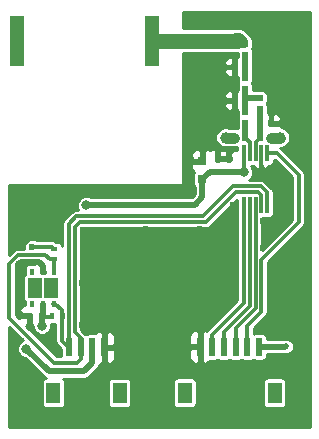
<source format=gbr>
G04 #@! TF.FileFunction,Copper,L1,Top,Signal*
%FSLAX46Y46*%
G04 Gerber Fmt 4.6, Leading zero omitted, Abs format (unit mm)*
G04 Created by KiCad (PCBNEW 4.0.7-e2-6376~58~ubuntu16.04.1) date Sat Jul  7 10:01:01 2018*
%MOMM*%
%LPD*%
G01*
G04 APERTURE LIST*
%ADD10C,0.100000*%
%ADD11R,0.750000X0.800000*%
%ADD12R,0.500000X0.600000*%
%ADD13R,0.600000X1.550000*%
%ADD14R,1.200000X1.800000*%
%ADD15R,0.400000X0.600000*%
%ADD16R,0.600000X0.400000*%
%ADD17R,0.300000X1.400000*%
%ADD18R,0.450000X0.630000*%
%ADD19R,1.300000X0.850000*%
%ADD20R,0.500000X0.500000*%
%ADD21R,0.600000X0.500000*%
%ADD22R,1.150000X4.200000*%
%ADD23C,0.800000*%
%ADD24C,0.600000*%
%ADD25C,0.508000*%
%ADD26C,1.000000*%
%ADD27C,0.500000*%
%ADD28C,1.300000*%
%ADD29C,0.300000*%
%ADD30C,0.152400*%
%ADD31C,0.900000*%
%ADD32C,0.254000*%
G04 APERTURE END LIST*
D10*
D11*
X155280000Y-88990000D03*
X155280000Y-90490000D03*
D12*
X157520000Y-89870000D03*
X157520000Y-88770000D03*
X156580000Y-89870000D03*
X156580000Y-88770000D03*
D13*
X155080000Y-104702500D03*
X156080000Y-104702500D03*
X157080000Y-104702500D03*
X158080000Y-104702500D03*
X159080000Y-104702500D03*
X160080000Y-104702500D03*
D14*
X153780000Y-108577500D03*
X161380000Y-108577500D03*
D15*
X142530000Y-102070000D03*
X143430000Y-102070000D03*
D16*
X142730000Y-96395000D03*
X142730000Y-97295000D03*
D17*
X160770000Y-88320000D03*
X160270000Y-88320000D03*
X159770000Y-88320000D03*
X159270000Y-88320000D03*
X158770000Y-88320000D03*
X158770000Y-92720000D03*
X159270000Y-92720000D03*
X159770000Y-92720000D03*
X160270000Y-92720000D03*
X160770000Y-92720000D03*
D18*
X142730000Y-98380000D03*
X141780000Y-98380000D03*
X140830000Y-98380000D03*
X140830000Y-101060000D03*
X141780000Y-101060000D03*
X142730000Y-101060000D03*
D19*
X141130000Y-100145000D03*
X142430000Y-100145000D03*
X141130000Y-99295000D03*
X142430000Y-99295000D03*
D20*
X158900000Y-79970000D03*
X158900000Y-79050000D03*
X158900000Y-81000000D03*
X157980000Y-81000000D03*
X160160000Y-85770000D03*
X161080000Y-85770000D03*
X158900000Y-83840000D03*
X157980000Y-83840000D03*
X158900000Y-85720000D03*
X158900000Y-84800000D03*
X158900000Y-82880000D03*
X158900000Y-81960000D03*
X160160000Y-84530000D03*
X160160000Y-83610000D03*
X160160000Y-86970000D03*
X161080000Y-86970000D03*
X157980000Y-86970000D03*
X158900000Y-86970000D03*
D21*
X141705000Y-102070000D03*
X140605000Y-102070000D03*
D13*
X143960000Y-104732500D03*
X144960000Y-104732500D03*
X145960000Y-104732500D03*
X146960000Y-104732500D03*
D14*
X142660000Y-108607500D03*
X148260000Y-108607500D03*
D22*
X139545000Y-78760000D03*
X150995000Y-78760000D03*
D23*
X141705000Y-102895000D03*
D24*
X140855000Y-96270000D03*
D23*
X145450000Y-92670000D03*
D25*
X162360000Y-104640000D03*
D23*
X140370000Y-104850000D03*
X158770000Y-89930000D03*
D24*
X141080000Y-95470000D03*
X143080000Y-95470000D03*
X143080000Y-93470000D03*
D26*
X140830000Y-91470000D03*
D24*
X139080000Y-91470000D03*
D26*
X142830000Y-91470000D03*
X144830000Y-91470000D03*
X146830000Y-91470000D03*
X148830000Y-91470000D03*
X150830000Y-91470000D03*
X152830000Y-91470000D03*
X154080000Y-90720000D03*
X154080000Y-88720000D03*
X154080000Y-86720000D03*
X154080000Y-84720000D03*
X154080000Y-82720000D03*
D24*
X140830000Y-93470000D03*
X139080000Y-96220000D03*
X139080000Y-93470000D03*
X143005000Y-105320000D03*
X142680000Y-103070000D03*
X162080000Y-89720000D03*
X162690000Y-93910000D03*
X160390000Y-96300000D03*
X161080000Y-100220000D03*
X161080000Y-102220000D03*
X161080000Y-103880000D03*
X155110000Y-102760000D03*
X150460000Y-94720000D03*
X160400000Y-94020000D03*
X162080000Y-91970000D03*
X159830000Y-90130000D03*
D26*
X154110000Y-80290000D03*
D24*
X158080000Y-87950000D03*
X157830000Y-97220000D03*
X163830000Y-104470000D03*
X162080000Y-105720000D03*
X160330000Y-106220000D03*
X157830000Y-100470000D03*
X144330000Y-107970000D03*
X141330000Y-107470000D03*
X139080000Y-104470000D03*
X145120000Y-102870000D03*
X145120000Y-99310000D03*
X155080000Y-94720000D03*
X145130000Y-94770000D03*
X151550000Y-101310000D03*
X157830000Y-92720000D03*
X164130000Y-90970000D03*
X164130000Y-92970000D03*
X162330000Y-96470000D03*
X161080000Y-98220000D03*
X162330000Y-98220000D03*
X163830000Y-98220000D03*
X163830000Y-96470000D03*
X163830000Y-94970000D03*
X155830000Y-86220000D03*
X155830000Y-84220000D03*
X155830000Y-82220000D03*
X162830000Y-87970000D03*
X163830000Y-88970000D03*
X163830000Y-86970000D03*
X163830000Y-84970000D03*
X161830000Y-82970000D03*
X163830000Y-82970000D03*
X163830000Y-80970000D03*
X161830000Y-80970000D03*
X161830000Y-78970000D03*
X163830000Y-78970000D03*
X163830000Y-76970000D03*
X161830000Y-76970000D03*
D26*
X157770000Y-85400000D03*
X157840000Y-82480000D03*
X156330000Y-80220000D03*
D24*
X157970000Y-80020000D03*
D26*
X154380000Y-77050000D03*
X156320000Y-77070000D03*
X158340000Y-77030000D03*
X159970000Y-77980000D03*
X159950000Y-80480000D03*
X159990000Y-82520000D03*
X162220000Y-85760000D03*
X161830000Y-86970000D03*
X157250000Y-86970000D03*
D27*
X158900000Y-79050000D02*
X158900000Y-79170000D01*
X158900000Y-79170000D02*
X158890000Y-79160000D01*
X158890000Y-79160000D02*
X158010000Y-79160000D01*
X158010000Y-79160000D02*
X157610000Y-78760000D01*
X158900000Y-79050000D02*
X158900000Y-78790000D01*
X158010000Y-78360000D02*
X157610000Y-78760000D01*
X158470000Y-78360000D02*
X158010000Y-78360000D01*
X158900000Y-78790000D02*
X158470000Y-78360000D01*
D28*
X150995000Y-78760000D02*
X157610000Y-78760000D01*
X157610000Y-78760000D02*
X158220000Y-78760000D01*
D27*
X141705000Y-102070000D02*
X141705000Y-102895000D01*
D29*
X140905000Y-96220000D02*
X142555000Y-96220000D01*
X140855000Y-96270000D02*
X140905000Y-96220000D01*
X142555000Y-96220000D02*
X142730000Y-96395000D01*
D27*
X141780000Y-101060000D02*
X141780000Y-101995000D01*
X141780000Y-101995000D02*
X141705000Y-102070000D01*
D29*
X142460000Y-102130000D02*
X141710000Y-102130000D01*
X141710000Y-102130000D02*
X141660000Y-102080000D01*
X156580000Y-89870000D02*
X157520000Y-89870000D01*
X157520000Y-89870000D02*
X157580000Y-89930000D01*
X157580000Y-89930000D02*
X158770000Y-89930000D01*
D27*
X158770000Y-89930000D02*
X157580000Y-89930000D01*
X157580000Y-89930000D02*
X157520000Y-89870000D01*
X157520000Y-89870000D02*
X155900000Y-89870000D01*
X155900000Y-89870000D02*
X155280000Y-90490000D01*
X155280000Y-90490000D02*
X155280000Y-92047598D01*
X154657598Y-92670000D02*
X145450000Y-92670000D01*
X155280000Y-92047598D02*
X154657598Y-92670000D01*
X160080000Y-104702500D02*
X162297500Y-104702500D01*
X162297500Y-104702500D02*
X162360000Y-104640000D01*
D29*
X141720000Y-102020000D02*
X141660000Y-102080000D01*
D27*
X145960000Y-104732500D02*
X145960000Y-106070000D01*
X142260000Y-106740000D02*
X140370000Y-104850000D01*
X145290000Y-106740000D02*
X142260000Y-106740000D01*
X145960000Y-106070000D02*
X145290000Y-106740000D01*
D29*
X141790000Y-102020000D02*
X141660000Y-102150000D01*
D27*
X157580000Y-89930000D02*
X157520000Y-89870000D01*
X157520000Y-89870000D02*
X155900000Y-89870000D01*
X155900000Y-89870000D02*
X155280000Y-90490000D01*
D29*
X158770000Y-88320000D02*
X158770000Y-89930000D01*
X142830000Y-91470000D02*
X142830000Y-93220000D01*
X143080000Y-95470000D02*
X141080000Y-95470000D01*
X142830000Y-93220000D02*
X143080000Y-93470000D01*
X139080000Y-91470000D02*
X139080000Y-93470000D01*
X142080000Y-91470000D02*
X141830000Y-91470000D01*
X141830000Y-91470000D02*
X140830000Y-91470000D01*
X146830000Y-91470000D02*
X144830000Y-91470000D01*
X150830000Y-91470000D02*
X148830000Y-91470000D01*
X153330000Y-91470000D02*
X152830000Y-91470000D01*
X154080000Y-90720000D02*
X153330000Y-91470000D01*
X154080000Y-86720000D02*
X154080000Y-88720000D01*
X154080000Y-82720000D02*
X154080000Y-84720000D01*
X142830000Y-91470000D02*
X142080000Y-91470000D01*
X140830000Y-94470000D02*
X140830000Y-93470000D01*
X139080000Y-96220000D02*
X140830000Y-94470000D01*
X140605000Y-102070000D02*
X140605000Y-103070000D01*
X142855000Y-105320000D02*
X143005000Y-105320000D01*
X140605000Y-103070000D02*
X142855000Y-105320000D01*
X142680000Y-103070000D02*
X142555000Y-103195000D01*
X142555000Y-103195000D02*
X142555000Y-103870000D01*
X142555000Y-103870000D02*
X142530000Y-103895000D01*
X141330000Y-107470000D02*
X141155000Y-107470000D01*
X139080000Y-105395000D02*
X139080000Y-104470000D01*
X141155000Y-107470000D02*
X139080000Y-105395000D01*
D27*
X141780000Y-98380000D02*
X141780000Y-97870000D01*
X139980000Y-102070000D02*
X140605000Y-102070000D01*
X139682402Y-101772402D02*
X139980000Y-102070000D01*
X139682402Y-97720000D02*
X139682402Y-101772402D01*
X139905000Y-97497402D02*
X139682402Y-97720000D01*
X141407402Y-97497402D02*
X139905000Y-97497402D01*
X141780000Y-97870000D02*
X141407402Y-97497402D01*
D29*
X162080000Y-89720000D02*
X162830000Y-90470000D01*
X162830000Y-93770000D02*
X162690000Y-93910000D01*
X162830000Y-90470000D02*
X162830000Y-93770000D01*
X160560000Y-89950000D02*
X162060000Y-89700000D01*
X160270000Y-88320000D02*
X160270000Y-89480000D01*
X160560000Y-89950000D02*
X160270000Y-89660000D01*
X160270000Y-89660000D02*
X160270000Y-89480000D01*
X162060000Y-89700000D02*
X162080000Y-89720000D01*
X160390000Y-96300000D02*
X160390000Y-96210000D01*
X160390000Y-96210000D02*
X162690000Y-93910000D01*
X161550000Y-95050000D02*
X162690000Y-93910000D01*
X161470000Y-92650000D02*
X161470000Y-93970000D01*
X161470000Y-93970000D02*
X161330000Y-93970000D01*
X161080000Y-102220000D02*
X161080000Y-103880000D01*
X161080000Y-98220000D02*
X161080000Y-100220000D01*
X155110000Y-104672500D02*
X155110000Y-102760000D01*
X155110000Y-104672500D02*
X155080000Y-104702500D01*
X151550000Y-101310000D02*
X151550000Y-95810000D01*
X151550000Y-95810000D02*
X150460000Y-94720000D01*
X161330000Y-93970000D02*
X160450000Y-93970000D01*
X160400000Y-94020000D02*
X160450000Y-93970000D01*
X161470000Y-92650000D02*
X162080000Y-91970000D01*
X144330000Y-107970000D02*
X145190000Y-107970000D01*
X146960000Y-106200000D02*
X146960000Y-104732500D01*
X145190000Y-107970000D02*
X146960000Y-106200000D01*
D30*
X154110000Y-80290000D02*
X154110000Y-80280000D01*
D27*
X156580000Y-88770000D02*
X156580000Y-87980000D01*
X156610000Y-87950000D02*
X158080000Y-87950000D01*
X156580000Y-87980000D02*
X156610000Y-87950000D01*
X158080000Y-87950000D02*
X157790000Y-87950000D01*
X157790000Y-87950000D02*
X157520000Y-88220000D01*
X157520000Y-88220000D02*
X157520000Y-88770000D01*
D29*
X157830000Y-92720000D02*
X157830000Y-97220000D01*
X160830000Y-105720000D02*
X162080000Y-105720000D01*
X160330000Y-106220000D02*
X160830000Y-105720000D01*
X151550000Y-101310000D02*
X156990000Y-101310000D01*
X156990000Y-101310000D02*
X157830000Y-100470000D01*
X151550000Y-101310000D02*
X147490000Y-101310000D01*
X147490000Y-101310000D02*
X145120000Y-102870000D01*
X151550000Y-101310000D02*
X147670000Y-101310000D01*
X147670000Y-101310000D02*
X145120000Y-99310000D01*
X151550000Y-101310000D02*
X151550000Y-98250000D01*
X151550000Y-98250000D02*
X155080000Y-94720000D01*
X151550000Y-101310000D02*
X151550000Y-100690000D01*
X151550000Y-100690000D02*
X145130000Y-94770000D01*
X157830000Y-95030000D02*
X157830000Y-92720000D01*
X157830000Y-95030000D02*
X151550000Y-101310000D01*
X164130000Y-92970000D02*
X164130000Y-94670000D01*
X164130000Y-90970000D02*
X164130000Y-92970000D01*
X162330000Y-98220000D02*
X161080000Y-98220000D01*
X163830000Y-96470000D02*
X163830000Y-98220000D01*
X164130000Y-94670000D02*
X163830000Y-94970000D01*
X155330000Y-80220000D02*
X155330000Y-81720000D01*
X155830000Y-84220000D02*
X155830000Y-86220000D01*
X155330000Y-81720000D02*
X155830000Y-82220000D01*
X159970000Y-77980000D02*
X160820000Y-77980000D01*
X163830000Y-86970000D02*
X163830000Y-88970000D01*
X161830000Y-82970000D02*
X163830000Y-84970000D01*
X163830000Y-80970000D02*
X163830000Y-82970000D01*
X161830000Y-78970000D02*
X161830000Y-80970000D01*
X163830000Y-76970000D02*
X163830000Y-78970000D01*
X160820000Y-77980000D02*
X161830000Y-76970000D01*
D30*
X155280000Y-88990000D02*
X155280000Y-88320000D01*
X155280000Y-88320000D02*
X155540000Y-88060000D01*
X155540000Y-88060000D02*
X157360000Y-88060000D01*
X157360000Y-88060000D02*
X157520000Y-88220000D01*
X157520000Y-88220000D02*
X157520000Y-88770000D01*
X158080000Y-87950000D02*
X155310000Y-87950000D01*
X155280000Y-87980000D02*
X155280000Y-88990000D01*
X155310000Y-87950000D02*
X155280000Y-87980000D01*
X157520000Y-88510000D02*
X158080000Y-87950000D01*
X157520000Y-88770000D02*
X157520000Y-88510000D01*
X157980000Y-81000000D02*
X157980000Y-82340000D01*
X157810000Y-85360000D02*
X157810000Y-85310000D01*
X157770000Y-85400000D02*
X157810000Y-85360000D01*
X157980000Y-82340000D02*
X157840000Y-82480000D01*
X157980000Y-81000000D02*
X157960000Y-80030000D01*
X156320000Y-80230000D02*
X155330000Y-80220000D01*
X156330000Y-80220000D02*
X156320000Y-80230000D01*
X157960000Y-80030000D02*
X157970000Y-80020000D01*
D29*
X156310000Y-77060000D02*
X154380000Y-77050000D01*
X156320000Y-77070000D02*
X156310000Y-77060000D01*
X158790000Y-77030000D02*
X158340000Y-77030000D01*
X159970000Y-77980000D02*
X158790000Y-77030000D01*
X161080000Y-85770000D02*
X162210000Y-85770000D01*
X159950000Y-82480000D02*
X159950000Y-80480000D01*
X159990000Y-82520000D02*
X159950000Y-82480000D01*
X162210000Y-85770000D02*
X162220000Y-85760000D01*
D27*
X158900000Y-79970000D02*
X158900000Y-81000000D01*
X158900000Y-81000000D02*
X158900000Y-81960000D01*
D29*
X159770000Y-88320000D02*
X159770000Y-87360000D01*
X159770000Y-87360000D02*
X160160000Y-86970000D01*
D27*
X160160000Y-84530000D02*
X160160000Y-85770000D01*
X160160000Y-85770000D02*
X160160000Y-86970000D01*
X158900000Y-82880000D02*
X158900000Y-83840000D01*
X158900000Y-83840000D02*
X158900000Y-84800000D01*
X160160000Y-83610000D02*
X158900000Y-83610000D01*
D31*
X161080000Y-86970000D02*
X161830000Y-86970000D01*
X157980000Y-86970000D02*
X157250000Y-86970000D01*
D29*
X159270000Y-88320000D02*
X159270000Y-87340000D01*
X159270000Y-87340000D02*
X158900000Y-86970000D01*
D27*
X158900000Y-86970000D02*
X158900000Y-85720000D01*
D29*
X158770000Y-92720000D02*
X158770000Y-100980000D01*
X156080000Y-103670000D02*
X156080000Y-104702500D01*
X158770000Y-100980000D02*
X156080000Y-103670000D01*
X157080000Y-104702500D02*
X157080000Y-103420000D01*
X159270000Y-101230000D02*
X159270000Y-92720000D01*
X157080000Y-103420000D02*
X159270000Y-101230000D01*
X159770000Y-92720000D02*
X159770000Y-101440000D01*
X158080000Y-103130000D02*
X158080000Y-104702500D01*
X159770000Y-101440000D02*
X158080000Y-103130000D01*
X160770000Y-88320000D02*
X161600000Y-88320000D01*
X163410000Y-94152402D02*
X160260000Y-97302402D01*
X163410000Y-90130000D02*
X163410000Y-94152402D01*
X161600000Y-88320000D02*
X163410000Y-90130000D01*
X159080000Y-102910000D02*
X159080000Y-104702500D01*
X160260000Y-101730000D02*
X159080000Y-102910000D01*
X160260000Y-97302402D02*
X160260000Y-101730000D01*
X143960000Y-104732500D02*
X143902500Y-104732500D01*
X143902500Y-104732500D02*
X143360000Y-104190000D01*
X143360000Y-102130000D02*
X143360000Y-104190000D01*
X143960000Y-104732500D02*
X143960000Y-94270000D01*
X144610000Y-93620000D02*
X145590000Y-93620000D01*
X143960000Y-94270000D02*
X144610000Y-93620000D01*
X143360000Y-102130000D02*
X143360000Y-101600000D01*
X143360000Y-101600000D02*
X142830000Y-101070000D01*
X142830000Y-101070000D02*
X142610000Y-101070000D01*
X160770000Y-92720000D02*
X160770000Y-91630000D01*
X160770000Y-91630000D02*
X160722402Y-91582402D01*
X145590000Y-93620000D02*
X155350000Y-93620000D01*
X155350000Y-93620000D02*
X157880000Y-91090000D01*
X157880000Y-91090000D02*
X160230000Y-91090000D01*
X160230000Y-91090000D02*
X160722402Y-91582402D01*
X142730000Y-97295000D02*
X142330000Y-97295000D01*
X144960000Y-105715000D02*
X144960000Y-104732500D01*
X144655000Y-106020000D02*
X144960000Y-105715000D01*
X142705000Y-106020000D02*
X144655000Y-106020000D01*
X138930000Y-102245000D02*
X142705000Y-106020000D01*
X138930000Y-97645000D02*
X138930000Y-102245000D01*
X139630000Y-96945000D02*
X138930000Y-97645000D01*
X141980000Y-96945000D02*
X139630000Y-96945000D01*
X142330000Y-97295000D02*
X141980000Y-96945000D01*
X142730000Y-98380000D02*
X142730000Y-97295000D01*
X145230000Y-94110000D02*
X144890000Y-94110000D01*
X144480000Y-94520000D02*
X144480000Y-94860000D01*
X144890000Y-94110000D02*
X144480000Y-94520000D01*
X145800000Y-94110000D02*
X145230000Y-94110000D01*
X144960000Y-103950000D02*
X144960000Y-104732500D01*
X144480000Y-94860000D02*
X144480000Y-103470000D01*
X144480000Y-103470000D02*
X144960000Y-103950000D01*
X160270000Y-92720000D02*
X160270000Y-91840000D01*
X155580000Y-94110000D02*
X145800000Y-94110000D01*
X158120000Y-91570000D02*
X155580000Y-94110000D01*
X160000000Y-91570000D02*
X158120000Y-91570000D01*
X160270000Y-91840000D02*
X160000000Y-91570000D01*
D32*
G36*
X164393000Y-111483000D02*
X138932000Y-111483000D01*
X138932000Y-103006432D01*
X140054426Y-104128858D01*
X139924783Y-104182425D01*
X139703203Y-104403618D01*
X139583137Y-104692769D01*
X139582864Y-105005857D01*
X139702425Y-105295217D01*
X139923618Y-105516797D01*
X140212769Y-105636863D01*
X140256047Y-105636901D01*
X141809573Y-107190427D01*
X142007641Y-107322771D01*
X141916587Y-107339904D01*
X141784870Y-107424661D01*
X141696506Y-107553986D01*
X141665419Y-107707500D01*
X141665419Y-109507500D01*
X141692404Y-109650913D01*
X141777161Y-109782630D01*
X141906486Y-109870994D01*
X142060000Y-109902081D01*
X143260000Y-109902081D01*
X143403413Y-109875096D01*
X143535130Y-109790339D01*
X143623494Y-109661014D01*
X143654581Y-109507500D01*
X143654581Y-107707500D01*
X147265419Y-107707500D01*
X147265419Y-109507500D01*
X147292404Y-109650913D01*
X147377161Y-109782630D01*
X147506486Y-109870994D01*
X147660000Y-109902081D01*
X148860000Y-109902081D01*
X149003413Y-109875096D01*
X149135130Y-109790339D01*
X149223494Y-109661014D01*
X149254581Y-109507500D01*
X149254581Y-107707500D01*
X149248937Y-107677500D01*
X152785419Y-107677500D01*
X152785419Y-109477500D01*
X152812404Y-109620913D01*
X152897161Y-109752630D01*
X153026486Y-109840994D01*
X153180000Y-109872081D01*
X154380000Y-109872081D01*
X154523413Y-109845096D01*
X154655130Y-109760339D01*
X154743494Y-109631014D01*
X154774581Y-109477500D01*
X154774581Y-107677500D01*
X160385419Y-107677500D01*
X160385419Y-109477500D01*
X160412404Y-109620913D01*
X160497161Y-109752630D01*
X160626486Y-109840994D01*
X160780000Y-109872081D01*
X161980000Y-109872081D01*
X162123413Y-109845096D01*
X162255130Y-109760339D01*
X162343494Y-109631014D01*
X162374581Y-109477500D01*
X162374581Y-107677500D01*
X162347596Y-107534087D01*
X162262839Y-107402370D01*
X162133514Y-107314006D01*
X161980000Y-107282919D01*
X160780000Y-107282919D01*
X160636587Y-107309904D01*
X160504870Y-107394661D01*
X160416506Y-107523986D01*
X160385419Y-107677500D01*
X154774581Y-107677500D01*
X154747596Y-107534087D01*
X154662839Y-107402370D01*
X154533514Y-107314006D01*
X154380000Y-107282919D01*
X153180000Y-107282919D01*
X153036587Y-107309904D01*
X152904870Y-107394661D01*
X152816506Y-107523986D01*
X152785419Y-107677500D01*
X149248937Y-107677500D01*
X149227596Y-107564087D01*
X149142839Y-107432370D01*
X149013514Y-107344006D01*
X148860000Y-107312919D01*
X147660000Y-107312919D01*
X147516587Y-107339904D01*
X147384870Y-107424661D01*
X147296506Y-107553986D01*
X147265419Y-107707500D01*
X143654581Y-107707500D01*
X143627596Y-107564087D01*
X143542839Y-107432370D01*
X143461802Y-107377000D01*
X145290000Y-107377000D01*
X145533769Y-107328511D01*
X145740427Y-107190427D01*
X146410427Y-106520427D01*
X146548511Y-106313769D01*
X146582579Y-106142500D01*
X146674250Y-106142500D01*
X146833000Y-105983750D01*
X146833000Y-104859500D01*
X147087000Y-104859500D01*
X147087000Y-105983750D01*
X147245750Y-106142500D01*
X147386309Y-106142500D01*
X147619698Y-106045827D01*
X147798327Y-105867199D01*
X147895000Y-105633810D01*
X147895000Y-105018250D01*
X147865000Y-104988250D01*
X154145000Y-104988250D01*
X154145000Y-105603810D01*
X154241673Y-105837199D01*
X154420302Y-106015827D01*
X154653691Y-106112500D01*
X154794250Y-106112500D01*
X154953000Y-105953750D01*
X154953000Y-104829500D01*
X154303750Y-104829500D01*
X154145000Y-104988250D01*
X147865000Y-104988250D01*
X147736250Y-104859500D01*
X147087000Y-104859500D01*
X146833000Y-104859500D01*
X146813000Y-104859500D01*
X146813000Y-104605500D01*
X146833000Y-104605500D01*
X146833000Y-103481250D01*
X147087000Y-103481250D01*
X147087000Y-104605500D01*
X147736250Y-104605500D01*
X147895000Y-104446750D01*
X147895000Y-103831190D01*
X147882574Y-103801190D01*
X154145000Y-103801190D01*
X154145000Y-104416750D01*
X154303750Y-104575500D01*
X154953000Y-104575500D01*
X154953000Y-103451250D01*
X154794250Y-103292500D01*
X154653691Y-103292500D01*
X154420302Y-103389173D01*
X154241673Y-103567801D01*
X154145000Y-103801190D01*
X147882574Y-103801190D01*
X147798327Y-103597801D01*
X147619698Y-103419173D01*
X147386309Y-103322500D01*
X147245750Y-103322500D01*
X147087000Y-103481250D01*
X146833000Y-103481250D01*
X146674250Y-103322500D01*
X146533691Y-103322500D01*
X146300302Y-103419173D01*
X146156555Y-103562919D01*
X145660000Y-103562919D01*
X145516587Y-103589904D01*
X145460413Y-103626051D01*
X145413514Y-103594006D01*
X145346500Y-103580435D01*
X145339717Y-103570284D01*
X145017000Y-103247568D01*
X145017000Y-94742432D01*
X145112433Y-94647000D01*
X155580000Y-94647000D01*
X155785501Y-94606123D01*
X155959716Y-94489716D01*
X158225419Y-92224014D01*
X158225419Y-93420000D01*
X158233000Y-93460290D01*
X158233000Y-100757567D01*
X155700284Y-103290284D01*
X155657076Y-103354950D01*
X155506309Y-103292500D01*
X155365750Y-103292500D01*
X155207000Y-103451250D01*
X155207000Y-104575500D01*
X155227000Y-104575500D01*
X155227000Y-104829500D01*
X155207000Y-104829500D01*
X155207000Y-105953750D01*
X155365750Y-106112500D01*
X155506309Y-106112500D01*
X155739698Y-106015827D01*
X155883445Y-105872081D01*
X156380000Y-105872081D01*
X156523413Y-105845096D01*
X156579587Y-105808949D01*
X156626486Y-105840994D01*
X156780000Y-105872081D01*
X157380000Y-105872081D01*
X157523413Y-105845096D01*
X157579587Y-105808949D01*
X157626486Y-105840994D01*
X157780000Y-105872081D01*
X158380000Y-105872081D01*
X158523413Y-105845096D01*
X158579587Y-105808949D01*
X158626486Y-105840994D01*
X158780000Y-105872081D01*
X159380000Y-105872081D01*
X159523413Y-105845096D01*
X159579587Y-105808949D01*
X159626486Y-105840994D01*
X159780000Y-105872081D01*
X160380000Y-105872081D01*
X160523413Y-105845096D01*
X160655130Y-105760339D01*
X160743494Y-105631014D01*
X160774581Y-105477500D01*
X160774581Y-105339500D01*
X162297500Y-105339500D01*
X162541269Y-105291011D01*
X162668128Y-105206247D01*
X162722623Y-105183730D01*
X162903097Y-105003571D01*
X163000889Y-104768062D01*
X163001111Y-104513057D01*
X162903730Y-104277377D01*
X162723571Y-104096903D01*
X162488062Y-103999111D01*
X162233057Y-103998889D01*
X162071846Y-104065500D01*
X160774581Y-104065500D01*
X160774581Y-103927500D01*
X160747596Y-103784087D01*
X160662839Y-103652370D01*
X160533514Y-103564006D01*
X160380000Y-103532919D01*
X159780000Y-103532919D01*
X159636587Y-103559904D01*
X159617000Y-103572508D01*
X159617000Y-103132432D01*
X160639716Y-102109716D01*
X160756123Y-101935501D01*
X160797000Y-101730000D01*
X160797000Y-97524834D01*
X163789717Y-94532118D01*
X163906123Y-94357903D01*
X163947000Y-94152402D01*
X163947000Y-90130000D01*
X163906123Y-89924499D01*
X163832871Y-89814870D01*
X163789717Y-89750284D01*
X161979716Y-87940284D01*
X161855105Y-87857022D01*
X162005661Y-87857153D01*
X162331789Y-87722400D01*
X162581523Y-87473101D01*
X162716845Y-87147209D01*
X162717153Y-86794339D01*
X162582400Y-86468211D01*
X162333101Y-86218477D01*
X162007209Y-86083155D01*
X161965000Y-86083118D01*
X161965000Y-86053750D01*
X161806250Y-85895000D01*
X161205000Y-85895000D01*
X161205000Y-85917000D01*
X160955000Y-85917000D01*
X160955000Y-85895000D01*
X160933000Y-85895000D01*
X160933000Y-85645000D01*
X160955000Y-85645000D01*
X160955000Y-85043750D01*
X161205000Y-85043750D01*
X161205000Y-85645000D01*
X161806250Y-85645000D01*
X161965000Y-85486250D01*
X161965000Y-85393690D01*
X161868327Y-85160301D01*
X161689698Y-84981673D01*
X161456309Y-84885000D01*
X161363750Y-84885000D01*
X161205000Y-85043750D01*
X160955000Y-85043750D01*
X160797000Y-84885750D01*
X160797000Y-84817437D01*
X160804581Y-84780000D01*
X160804581Y-84280000D01*
X160777596Y-84136587D01*
X160734821Y-84070113D01*
X160773494Y-84013514D01*
X160804581Y-83860000D01*
X160804581Y-83360000D01*
X160777596Y-83216587D01*
X160692839Y-83084870D01*
X160563514Y-82996506D01*
X160410000Y-82965419D01*
X159910000Y-82965419D01*
X159869710Y-82973000D01*
X159544581Y-82973000D01*
X159544581Y-82630000D01*
X159517596Y-82486587D01*
X159474821Y-82420113D01*
X159513494Y-82363514D01*
X159544581Y-82210000D01*
X159544581Y-81710000D01*
X159537000Y-81669710D01*
X159537000Y-81287437D01*
X159544581Y-81250000D01*
X159544581Y-80750000D01*
X159537000Y-80709710D01*
X159537000Y-80257437D01*
X159544581Y-80220000D01*
X159544581Y-79720000D01*
X159517596Y-79576587D01*
X159474821Y-79510113D01*
X159513494Y-79453514D01*
X159544581Y-79300000D01*
X159544581Y-78800000D01*
X159517596Y-78656587D01*
X159507270Y-78640541D01*
X159488511Y-78546231D01*
X159350427Y-78339573D01*
X158920427Y-77909573D01*
X158713769Y-77771489D01*
X158470000Y-77723000D01*
X153597000Y-77723000D01*
X153597000Y-76322000D01*
X164393000Y-76322000D01*
X164393000Y-111483000D01*
X164393000Y-111483000D01*
G37*
X164393000Y-111483000D02*
X138932000Y-111483000D01*
X138932000Y-103006432D01*
X140054426Y-104128858D01*
X139924783Y-104182425D01*
X139703203Y-104403618D01*
X139583137Y-104692769D01*
X139582864Y-105005857D01*
X139702425Y-105295217D01*
X139923618Y-105516797D01*
X140212769Y-105636863D01*
X140256047Y-105636901D01*
X141809573Y-107190427D01*
X142007641Y-107322771D01*
X141916587Y-107339904D01*
X141784870Y-107424661D01*
X141696506Y-107553986D01*
X141665419Y-107707500D01*
X141665419Y-109507500D01*
X141692404Y-109650913D01*
X141777161Y-109782630D01*
X141906486Y-109870994D01*
X142060000Y-109902081D01*
X143260000Y-109902081D01*
X143403413Y-109875096D01*
X143535130Y-109790339D01*
X143623494Y-109661014D01*
X143654581Y-109507500D01*
X143654581Y-107707500D01*
X147265419Y-107707500D01*
X147265419Y-109507500D01*
X147292404Y-109650913D01*
X147377161Y-109782630D01*
X147506486Y-109870994D01*
X147660000Y-109902081D01*
X148860000Y-109902081D01*
X149003413Y-109875096D01*
X149135130Y-109790339D01*
X149223494Y-109661014D01*
X149254581Y-109507500D01*
X149254581Y-107707500D01*
X149248937Y-107677500D01*
X152785419Y-107677500D01*
X152785419Y-109477500D01*
X152812404Y-109620913D01*
X152897161Y-109752630D01*
X153026486Y-109840994D01*
X153180000Y-109872081D01*
X154380000Y-109872081D01*
X154523413Y-109845096D01*
X154655130Y-109760339D01*
X154743494Y-109631014D01*
X154774581Y-109477500D01*
X154774581Y-107677500D01*
X160385419Y-107677500D01*
X160385419Y-109477500D01*
X160412404Y-109620913D01*
X160497161Y-109752630D01*
X160626486Y-109840994D01*
X160780000Y-109872081D01*
X161980000Y-109872081D01*
X162123413Y-109845096D01*
X162255130Y-109760339D01*
X162343494Y-109631014D01*
X162374581Y-109477500D01*
X162374581Y-107677500D01*
X162347596Y-107534087D01*
X162262839Y-107402370D01*
X162133514Y-107314006D01*
X161980000Y-107282919D01*
X160780000Y-107282919D01*
X160636587Y-107309904D01*
X160504870Y-107394661D01*
X160416506Y-107523986D01*
X160385419Y-107677500D01*
X154774581Y-107677500D01*
X154747596Y-107534087D01*
X154662839Y-107402370D01*
X154533514Y-107314006D01*
X154380000Y-107282919D01*
X153180000Y-107282919D01*
X153036587Y-107309904D01*
X152904870Y-107394661D01*
X152816506Y-107523986D01*
X152785419Y-107677500D01*
X149248937Y-107677500D01*
X149227596Y-107564087D01*
X149142839Y-107432370D01*
X149013514Y-107344006D01*
X148860000Y-107312919D01*
X147660000Y-107312919D01*
X147516587Y-107339904D01*
X147384870Y-107424661D01*
X147296506Y-107553986D01*
X147265419Y-107707500D01*
X143654581Y-107707500D01*
X143627596Y-107564087D01*
X143542839Y-107432370D01*
X143461802Y-107377000D01*
X145290000Y-107377000D01*
X145533769Y-107328511D01*
X145740427Y-107190427D01*
X146410427Y-106520427D01*
X146548511Y-106313769D01*
X146582579Y-106142500D01*
X146674250Y-106142500D01*
X146833000Y-105983750D01*
X146833000Y-104859500D01*
X147087000Y-104859500D01*
X147087000Y-105983750D01*
X147245750Y-106142500D01*
X147386309Y-106142500D01*
X147619698Y-106045827D01*
X147798327Y-105867199D01*
X147895000Y-105633810D01*
X147895000Y-105018250D01*
X147865000Y-104988250D01*
X154145000Y-104988250D01*
X154145000Y-105603810D01*
X154241673Y-105837199D01*
X154420302Y-106015827D01*
X154653691Y-106112500D01*
X154794250Y-106112500D01*
X154953000Y-105953750D01*
X154953000Y-104829500D01*
X154303750Y-104829500D01*
X154145000Y-104988250D01*
X147865000Y-104988250D01*
X147736250Y-104859500D01*
X147087000Y-104859500D01*
X146833000Y-104859500D01*
X146813000Y-104859500D01*
X146813000Y-104605500D01*
X146833000Y-104605500D01*
X146833000Y-103481250D01*
X147087000Y-103481250D01*
X147087000Y-104605500D01*
X147736250Y-104605500D01*
X147895000Y-104446750D01*
X147895000Y-103831190D01*
X147882574Y-103801190D01*
X154145000Y-103801190D01*
X154145000Y-104416750D01*
X154303750Y-104575500D01*
X154953000Y-104575500D01*
X154953000Y-103451250D01*
X154794250Y-103292500D01*
X154653691Y-103292500D01*
X154420302Y-103389173D01*
X154241673Y-103567801D01*
X154145000Y-103801190D01*
X147882574Y-103801190D01*
X147798327Y-103597801D01*
X147619698Y-103419173D01*
X147386309Y-103322500D01*
X147245750Y-103322500D01*
X147087000Y-103481250D01*
X146833000Y-103481250D01*
X146674250Y-103322500D01*
X146533691Y-103322500D01*
X146300302Y-103419173D01*
X146156555Y-103562919D01*
X145660000Y-103562919D01*
X145516587Y-103589904D01*
X145460413Y-103626051D01*
X145413514Y-103594006D01*
X145346500Y-103580435D01*
X145339717Y-103570284D01*
X145017000Y-103247568D01*
X145017000Y-94742432D01*
X145112433Y-94647000D01*
X155580000Y-94647000D01*
X155785501Y-94606123D01*
X155959716Y-94489716D01*
X158225419Y-92224014D01*
X158225419Y-93420000D01*
X158233000Y-93460290D01*
X158233000Y-100757567D01*
X155700284Y-103290284D01*
X155657076Y-103354950D01*
X155506309Y-103292500D01*
X155365750Y-103292500D01*
X155207000Y-103451250D01*
X155207000Y-104575500D01*
X155227000Y-104575500D01*
X155227000Y-104829500D01*
X155207000Y-104829500D01*
X155207000Y-105953750D01*
X155365750Y-106112500D01*
X155506309Y-106112500D01*
X155739698Y-106015827D01*
X155883445Y-105872081D01*
X156380000Y-105872081D01*
X156523413Y-105845096D01*
X156579587Y-105808949D01*
X156626486Y-105840994D01*
X156780000Y-105872081D01*
X157380000Y-105872081D01*
X157523413Y-105845096D01*
X157579587Y-105808949D01*
X157626486Y-105840994D01*
X157780000Y-105872081D01*
X158380000Y-105872081D01*
X158523413Y-105845096D01*
X158579587Y-105808949D01*
X158626486Y-105840994D01*
X158780000Y-105872081D01*
X159380000Y-105872081D01*
X159523413Y-105845096D01*
X159579587Y-105808949D01*
X159626486Y-105840994D01*
X159780000Y-105872081D01*
X160380000Y-105872081D01*
X160523413Y-105845096D01*
X160655130Y-105760339D01*
X160743494Y-105631014D01*
X160774581Y-105477500D01*
X160774581Y-105339500D01*
X162297500Y-105339500D01*
X162541269Y-105291011D01*
X162668128Y-105206247D01*
X162722623Y-105183730D01*
X162903097Y-105003571D01*
X163000889Y-104768062D01*
X163001111Y-104513057D01*
X162903730Y-104277377D01*
X162723571Y-104096903D01*
X162488062Y-103999111D01*
X162233057Y-103998889D01*
X162071846Y-104065500D01*
X160774581Y-104065500D01*
X160774581Y-103927500D01*
X160747596Y-103784087D01*
X160662839Y-103652370D01*
X160533514Y-103564006D01*
X160380000Y-103532919D01*
X159780000Y-103532919D01*
X159636587Y-103559904D01*
X159617000Y-103572508D01*
X159617000Y-103132432D01*
X160639716Y-102109716D01*
X160756123Y-101935501D01*
X160797000Y-101730000D01*
X160797000Y-97524834D01*
X163789717Y-94532118D01*
X163906123Y-94357903D01*
X163947000Y-94152402D01*
X163947000Y-90130000D01*
X163906123Y-89924499D01*
X163832871Y-89814870D01*
X163789717Y-89750284D01*
X161979716Y-87940284D01*
X161855105Y-87857022D01*
X162005661Y-87857153D01*
X162331789Y-87722400D01*
X162581523Y-87473101D01*
X162716845Y-87147209D01*
X162717153Y-86794339D01*
X162582400Y-86468211D01*
X162333101Y-86218477D01*
X162007209Y-86083155D01*
X161965000Y-86083118D01*
X161965000Y-86053750D01*
X161806250Y-85895000D01*
X161205000Y-85895000D01*
X161205000Y-85917000D01*
X160955000Y-85917000D01*
X160955000Y-85895000D01*
X160933000Y-85895000D01*
X160933000Y-85645000D01*
X160955000Y-85645000D01*
X160955000Y-85043750D01*
X161205000Y-85043750D01*
X161205000Y-85645000D01*
X161806250Y-85645000D01*
X161965000Y-85486250D01*
X161965000Y-85393690D01*
X161868327Y-85160301D01*
X161689698Y-84981673D01*
X161456309Y-84885000D01*
X161363750Y-84885000D01*
X161205000Y-85043750D01*
X160955000Y-85043750D01*
X160797000Y-84885750D01*
X160797000Y-84817437D01*
X160804581Y-84780000D01*
X160804581Y-84280000D01*
X160777596Y-84136587D01*
X160734821Y-84070113D01*
X160773494Y-84013514D01*
X160804581Y-83860000D01*
X160804581Y-83360000D01*
X160777596Y-83216587D01*
X160692839Y-83084870D01*
X160563514Y-82996506D01*
X160410000Y-82965419D01*
X159910000Y-82965419D01*
X159869710Y-82973000D01*
X159544581Y-82973000D01*
X159544581Y-82630000D01*
X159517596Y-82486587D01*
X159474821Y-82420113D01*
X159513494Y-82363514D01*
X159544581Y-82210000D01*
X159544581Y-81710000D01*
X159537000Y-81669710D01*
X159537000Y-81287437D01*
X159544581Y-81250000D01*
X159544581Y-80750000D01*
X159537000Y-80709710D01*
X159537000Y-80257437D01*
X159544581Y-80220000D01*
X159544581Y-79720000D01*
X159517596Y-79576587D01*
X159474821Y-79510113D01*
X159513494Y-79453514D01*
X159544581Y-79300000D01*
X159544581Y-78800000D01*
X159517596Y-78656587D01*
X159507270Y-78640541D01*
X159488511Y-78546231D01*
X159350427Y-78339573D01*
X158920427Y-77909573D01*
X158713769Y-77771489D01*
X158470000Y-77723000D01*
X153597000Y-77723000D01*
X153597000Y-76322000D01*
X164393000Y-76322000D01*
X164393000Y-111483000D01*
G36*
X141195301Y-97526673D02*
X141051556Y-97670419D01*
X140605000Y-97670419D01*
X140461587Y-97697404D01*
X140329870Y-97782161D01*
X140241506Y-97911486D01*
X140210419Y-98065000D01*
X140210419Y-98583590D01*
X140204870Y-98587161D01*
X140116506Y-98716486D01*
X140085419Y-98870000D01*
X140085419Y-100570000D01*
X140112404Y-100713413D01*
X140197161Y-100845130D01*
X140210419Y-100854189D01*
X140210419Y-101185000D01*
X140178691Y-101185000D01*
X139945302Y-101281673D01*
X139766673Y-101460301D01*
X139670000Y-101693690D01*
X139670000Y-101786250D01*
X139828750Y-101945000D01*
X140478000Y-101945000D01*
X140478000Y-101923000D01*
X140732000Y-101923000D01*
X140732000Y-101945000D01*
X140752000Y-101945000D01*
X140752000Y-102195000D01*
X140732000Y-102195000D01*
X140732000Y-102796250D01*
X140890750Y-102955000D01*
X140917948Y-102955000D01*
X140917864Y-103050857D01*
X141037425Y-103340217D01*
X141258618Y-103561797D01*
X141547769Y-103681863D01*
X141860857Y-103682136D01*
X142150217Y-103562575D01*
X142371797Y-103341382D01*
X142491863Y-103052231D01*
X142492114Y-102764581D01*
X142730000Y-102764581D01*
X142823000Y-102747082D01*
X142823000Y-104190000D01*
X142863877Y-104395501D01*
X142980284Y-104569716D01*
X143265419Y-104854851D01*
X143265419Y-105483000D01*
X142927432Y-105483000D01*
X140359341Y-102914909D01*
X140478000Y-102796250D01*
X140478000Y-102195000D01*
X139828750Y-102195000D01*
X139734091Y-102289659D01*
X139467000Y-102022568D01*
X139467000Y-97867432D01*
X139852433Y-97482000D01*
X141303151Y-97482000D01*
X141195301Y-97526673D01*
X141195301Y-97526673D01*
G37*
X141195301Y-97526673D02*
X141051556Y-97670419D01*
X140605000Y-97670419D01*
X140461587Y-97697404D01*
X140329870Y-97782161D01*
X140241506Y-97911486D01*
X140210419Y-98065000D01*
X140210419Y-98583590D01*
X140204870Y-98587161D01*
X140116506Y-98716486D01*
X140085419Y-98870000D01*
X140085419Y-100570000D01*
X140112404Y-100713413D01*
X140197161Y-100845130D01*
X140210419Y-100854189D01*
X140210419Y-101185000D01*
X140178691Y-101185000D01*
X139945302Y-101281673D01*
X139766673Y-101460301D01*
X139670000Y-101693690D01*
X139670000Y-101786250D01*
X139828750Y-101945000D01*
X140478000Y-101945000D01*
X140478000Y-101923000D01*
X140732000Y-101923000D01*
X140732000Y-101945000D01*
X140752000Y-101945000D01*
X140752000Y-102195000D01*
X140732000Y-102195000D01*
X140732000Y-102796250D01*
X140890750Y-102955000D01*
X140917948Y-102955000D01*
X140917864Y-103050857D01*
X141037425Y-103340217D01*
X141258618Y-103561797D01*
X141547769Y-103681863D01*
X141860857Y-103682136D01*
X142150217Y-103562575D01*
X142371797Y-103341382D01*
X142491863Y-103052231D01*
X142492114Y-102764581D01*
X142730000Y-102764581D01*
X142823000Y-102747082D01*
X142823000Y-104190000D01*
X142863877Y-104395501D01*
X142980284Y-104569716D01*
X143265419Y-104854851D01*
X143265419Y-105483000D01*
X142927432Y-105483000D01*
X140359341Y-102914909D01*
X140478000Y-102796250D01*
X140478000Y-102195000D01*
X139828750Y-102195000D01*
X139734091Y-102289659D01*
X139467000Y-102022568D01*
X139467000Y-97867432D01*
X139852433Y-97482000D01*
X141303151Y-97482000D01*
X141195301Y-97526673D01*
G36*
X141892500Y-98253000D02*
X141927000Y-98253000D01*
X141927000Y-98475419D01*
X141633000Y-98475419D01*
X141633000Y-98253000D01*
X141667500Y-98253000D01*
X141667500Y-98233000D01*
X141892500Y-98233000D01*
X141892500Y-98253000D01*
X141892500Y-98253000D01*
G37*
X141892500Y-98253000D02*
X141927000Y-98253000D01*
X141927000Y-98475419D01*
X141633000Y-98475419D01*
X141633000Y-98253000D01*
X141667500Y-98253000D01*
X141667500Y-98233000D01*
X141892500Y-98233000D01*
X141892500Y-98253000D01*
G36*
X158255419Y-80123331D02*
X158105000Y-80273750D01*
X158105000Y-80875000D01*
X158127000Y-80875000D01*
X158127000Y-81125000D01*
X158105000Y-81125000D01*
X158105000Y-81726250D01*
X158255419Y-81876669D01*
X158255419Y-82210000D01*
X158282404Y-82353413D01*
X158325179Y-82419887D01*
X158286506Y-82476486D01*
X158255419Y-82630000D01*
X158255419Y-82963331D01*
X158105000Y-83113750D01*
X158105000Y-83715000D01*
X158127000Y-83715000D01*
X158127000Y-83965000D01*
X158105000Y-83965000D01*
X158105000Y-84566250D01*
X158255419Y-84716669D01*
X158255419Y-85050000D01*
X158282404Y-85193413D01*
X158325179Y-85259887D01*
X158286506Y-85316486D01*
X158255419Y-85470000D01*
X158255419Y-85970000D01*
X158263000Y-86010290D01*
X158263000Y-86189292D01*
X157980000Y-86133000D01*
X157547249Y-86133000D01*
X157427209Y-86083155D01*
X157074339Y-86082847D01*
X156748211Y-86217600D01*
X156498477Y-86466899D01*
X156363155Y-86792791D01*
X156362847Y-87145661D01*
X156497600Y-87471789D01*
X156746899Y-87721523D01*
X157072791Y-87856845D01*
X157090913Y-87856861D01*
X157050000Y-87873808D01*
X156956310Y-87835000D01*
X156863750Y-87835000D01*
X156705000Y-87993750D01*
X156705000Y-88174696D01*
X156635000Y-88343691D01*
X156635000Y-88484250D01*
X156705000Y-88554250D01*
X156705000Y-88643000D01*
X157395000Y-88643000D01*
X157395000Y-88554250D01*
X157465000Y-88484250D01*
X157465000Y-88343691D01*
X157395000Y-88174696D01*
X157395000Y-87993750D01*
X157258257Y-87857007D01*
X157425661Y-87857153D01*
X157547041Y-87807000D01*
X157980000Y-87807000D01*
X158225419Y-87758183D01*
X158225419Y-88027394D01*
X158129699Y-87931673D01*
X157896310Y-87835000D01*
X157803750Y-87835000D01*
X157645000Y-87993750D01*
X157645000Y-88643000D01*
X157667000Y-88643000D01*
X157667000Y-88897000D01*
X157645000Y-88897000D01*
X157645000Y-88917000D01*
X157395000Y-88917000D01*
X157395000Y-88897000D01*
X156705000Y-88897000D01*
X156705000Y-88917000D01*
X156455000Y-88917000D01*
X156455000Y-88897000D01*
X156433000Y-88897000D01*
X156433000Y-88643000D01*
X156455000Y-88643000D01*
X156455000Y-87993750D01*
X156296250Y-87835000D01*
X156203690Y-87835000D01*
X155970301Y-87931673D01*
X155898452Y-88003522D01*
X155781310Y-87955000D01*
X155565750Y-87955000D01*
X155407000Y-88113750D01*
X155407000Y-88863000D01*
X155427000Y-88863000D01*
X155427000Y-89117000D01*
X155407000Y-89117000D01*
X155407000Y-89137000D01*
X155153000Y-89137000D01*
X155153000Y-89117000D01*
X154428750Y-89117000D01*
X154270000Y-89275750D01*
X154270000Y-89516309D01*
X154366673Y-89749698D01*
X154545301Y-89928327D01*
X154546688Y-89928902D01*
X154541506Y-89936486D01*
X154510419Y-90090000D01*
X154510419Y-90890000D01*
X154537404Y-91033413D01*
X154622161Y-91165130D01*
X154643000Y-91179369D01*
X154643000Y-91783744D01*
X154393744Y-92033000D01*
X145926127Y-92033000D01*
X145896382Y-92003203D01*
X145607231Y-91883137D01*
X145294143Y-91882864D01*
X145004783Y-92002425D01*
X144783203Y-92223618D01*
X144663137Y-92512769D01*
X144662864Y-92825857D01*
X144769113Y-93083000D01*
X144610000Y-93083000D01*
X144404499Y-93123877D01*
X144230284Y-93240284D01*
X143580284Y-93890284D01*
X143463877Y-94064499D01*
X143423000Y-94270000D01*
X143423000Y-96186598D01*
X143397596Y-96051587D01*
X143312839Y-95919870D01*
X143183514Y-95831506D01*
X143030000Y-95800419D01*
X142875054Y-95800419D01*
X142760501Y-95723877D01*
X142555000Y-95683000D01*
X141232792Y-95683000D01*
X140992252Y-95583120D01*
X140718947Y-95582881D01*
X140466354Y-95687250D01*
X140272929Y-95880338D01*
X140168120Y-96132748D01*
X140167881Y-96406053D01*
X140168685Y-96408000D01*
X139630000Y-96408000D01*
X139424499Y-96448877D01*
X139250283Y-96565284D01*
X138932000Y-96883567D01*
X138932000Y-90977110D01*
X153469914Y-90987000D01*
X153519331Y-90977028D01*
X153560974Y-90948615D01*
X153588283Y-90906240D01*
X153597000Y-90860000D01*
X153597000Y-88463691D01*
X154270000Y-88463691D01*
X154270000Y-88704250D01*
X154428750Y-88863000D01*
X155153000Y-88863000D01*
X155153000Y-88113750D01*
X154994250Y-87955000D01*
X154778690Y-87955000D01*
X154545301Y-88051673D01*
X154366673Y-88230302D01*
X154270000Y-88463691D01*
X153597000Y-88463691D01*
X153597000Y-84123750D01*
X157095000Y-84123750D01*
X157095000Y-84216310D01*
X157191673Y-84449699D01*
X157370302Y-84628327D01*
X157603691Y-84725000D01*
X157696250Y-84725000D01*
X157855000Y-84566250D01*
X157855000Y-83965000D01*
X157253750Y-83965000D01*
X157095000Y-84123750D01*
X153597000Y-84123750D01*
X153597000Y-83463690D01*
X157095000Y-83463690D01*
X157095000Y-83556250D01*
X157253750Y-83715000D01*
X157855000Y-83715000D01*
X157855000Y-83113750D01*
X157696250Y-82955000D01*
X157603691Y-82955000D01*
X157370302Y-83051673D01*
X157191673Y-83230301D01*
X157095000Y-83463690D01*
X153597000Y-83463690D01*
X153597000Y-81283750D01*
X157095000Y-81283750D01*
X157095000Y-81376310D01*
X157191673Y-81609699D01*
X157370302Y-81788327D01*
X157603691Y-81885000D01*
X157696250Y-81885000D01*
X157855000Y-81726250D01*
X157855000Y-81125000D01*
X157253750Y-81125000D01*
X157095000Y-81283750D01*
X153597000Y-81283750D01*
X153597000Y-80623690D01*
X157095000Y-80623690D01*
X157095000Y-80716250D01*
X157253750Y-80875000D01*
X157855000Y-80875000D01*
X157855000Y-80273750D01*
X157696250Y-80115000D01*
X157603691Y-80115000D01*
X157370302Y-80211673D01*
X157191673Y-80390301D01*
X157095000Y-80623690D01*
X153597000Y-80623690D01*
X153597000Y-79797000D01*
X158255419Y-79797000D01*
X158255419Y-80123331D01*
X158255419Y-80123331D01*
G37*
X158255419Y-80123331D02*
X158105000Y-80273750D01*
X158105000Y-80875000D01*
X158127000Y-80875000D01*
X158127000Y-81125000D01*
X158105000Y-81125000D01*
X158105000Y-81726250D01*
X158255419Y-81876669D01*
X158255419Y-82210000D01*
X158282404Y-82353413D01*
X158325179Y-82419887D01*
X158286506Y-82476486D01*
X158255419Y-82630000D01*
X158255419Y-82963331D01*
X158105000Y-83113750D01*
X158105000Y-83715000D01*
X158127000Y-83715000D01*
X158127000Y-83965000D01*
X158105000Y-83965000D01*
X158105000Y-84566250D01*
X158255419Y-84716669D01*
X158255419Y-85050000D01*
X158282404Y-85193413D01*
X158325179Y-85259887D01*
X158286506Y-85316486D01*
X158255419Y-85470000D01*
X158255419Y-85970000D01*
X158263000Y-86010290D01*
X158263000Y-86189292D01*
X157980000Y-86133000D01*
X157547249Y-86133000D01*
X157427209Y-86083155D01*
X157074339Y-86082847D01*
X156748211Y-86217600D01*
X156498477Y-86466899D01*
X156363155Y-86792791D01*
X156362847Y-87145661D01*
X156497600Y-87471789D01*
X156746899Y-87721523D01*
X157072791Y-87856845D01*
X157090913Y-87856861D01*
X157050000Y-87873808D01*
X156956310Y-87835000D01*
X156863750Y-87835000D01*
X156705000Y-87993750D01*
X156705000Y-88174696D01*
X156635000Y-88343691D01*
X156635000Y-88484250D01*
X156705000Y-88554250D01*
X156705000Y-88643000D01*
X157395000Y-88643000D01*
X157395000Y-88554250D01*
X157465000Y-88484250D01*
X157465000Y-88343691D01*
X157395000Y-88174696D01*
X157395000Y-87993750D01*
X157258257Y-87857007D01*
X157425661Y-87857153D01*
X157547041Y-87807000D01*
X157980000Y-87807000D01*
X158225419Y-87758183D01*
X158225419Y-88027394D01*
X158129699Y-87931673D01*
X157896310Y-87835000D01*
X157803750Y-87835000D01*
X157645000Y-87993750D01*
X157645000Y-88643000D01*
X157667000Y-88643000D01*
X157667000Y-88897000D01*
X157645000Y-88897000D01*
X157645000Y-88917000D01*
X157395000Y-88917000D01*
X157395000Y-88897000D01*
X156705000Y-88897000D01*
X156705000Y-88917000D01*
X156455000Y-88917000D01*
X156455000Y-88897000D01*
X156433000Y-88897000D01*
X156433000Y-88643000D01*
X156455000Y-88643000D01*
X156455000Y-87993750D01*
X156296250Y-87835000D01*
X156203690Y-87835000D01*
X155970301Y-87931673D01*
X155898452Y-88003522D01*
X155781310Y-87955000D01*
X155565750Y-87955000D01*
X155407000Y-88113750D01*
X155407000Y-88863000D01*
X155427000Y-88863000D01*
X155427000Y-89117000D01*
X155407000Y-89117000D01*
X155407000Y-89137000D01*
X155153000Y-89137000D01*
X155153000Y-89117000D01*
X154428750Y-89117000D01*
X154270000Y-89275750D01*
X154270000Y-89516309D01*
X154366673Y-89749698D01*
X154545301Y-89928327D01*
X154546688Y-89928902D01*
X154541506Y-89936486D01*
X154510419Y-90090000D01*
X154510419Y-90890000D01*
X154537404Y-91033413D01*
X154622161Y-91165130D01*
X154643000Y-91179369D01*
X154643000Y-91783744D01*
X154393744Y-92033000D01*
X145926127Y-92033000D01*
X145896382Y-92003203D01*
X145607231Y-91883137D01*
X145294143Y-91882864D01*
X145004783Y-92002425D01*
X144783203Y-92223618D01*
X144663137Y-92512769D01*
X144662864Y-92825857D01*
X144769113Y-93083000D01*
X144610000Y-93083000D01*
X144404499Y-93123877D01*
X144230284Y-93240284D01*
X143580284Y-93890284D01*
X143463877Y-94064499D01*
X143423000Y-94270000D01*
X143423000Y-96186598D01*
X143397596Y-96051587D01*
X143312839Y-95919870D01*
X143183514Y-95831506D01*
X143030000Y-95800419D01*
X142875054Y-95800419D01*
X142760501Y-95723877D01*
X142555000Y-95683000D01*
X141232792Y-95683000D01*
X140992252Y-95583120D01*
X140718947Y-95582881D01*
X140466354Y-95687250D01*
X140272929Y-95880338D01*
X140168120Y-96132748D01*
X140167881Y-96406053D01*
X140168685Y-96408000D01*
X139630000Y-96408000D01*
X139424499Y-96448877D01*
X139250283Y-96565284D01*
X138932000Y-96883567D01*
X138932000Y-90977110D01*
X153469914Y-90987000D01*
X153519331Y-90977028D01*
X153560974Y-90948615D01*
X153588283Y-90906240D01*
X153597000Y-90860000D01*
X153597000Y-88463691D01*
X154270000Y-88463691D01*
X154270000Y-88704250D01*
X154428750Y-88863000D01*
X155153000Y-88863000D01*
X155153000Y-88113750D01*
X154994250Y-87955000D01*
X154778690Y-87955000D01*
X154545301Y-88051673D01*
X154366673Y-88230302D01*
X154270000Y-88463691D01*
X153597000Y-88463691D01*
X153597000Y-84123750D01*
X157095000Y-84123750D01*
X157095000Y-84216310D01*
X157191673Y-84449699D01*
X157370302Y-84628327D01*
X157603691Y-84725000D01*
X157696250Y-84725000D01*
X157855000Y-84566250D01*
X157855000Y-83965000D01*
X157253750Y-83965000D01*
X157095000Y-84123750D01*
X153597000Y-84123750D01*
X153597000Y-83463690D01*
X157095000Y-83463690D01*
X157095000Y-83556250D01*
X157253750Y-83715000D01*
X157855000Y-83715000D01*
X157855000Y-83113750D01*
X157696250Y-82955000D01*
X157603691Y-82955000D01*
X157370302Y-83051673D01*
X157191673Y-83230301D01*
X157095000Y-83463690D01*
X153597000Y-83463690D01*
X153597000Y-81283750D01*
X157095000Y-81283750D01*
X157095000Y-81376310D01*
X157191673Y-81609699D01*
X157370302Y-81788327D01*
X157603691Y-81885000D01*
X157696250Y-81885000D01*
X157855000Y-81726250D01*
X157855000Y-81125000D01*
X157253750Y-81125000D01*
X157095000Y-81283750D01*
X153597000Y-81283750D01*
X153597000Y-80623690D01*
X157095000Y-80623690D01*
X157095000Y-80716250D01*
X157253750Y-80875000D01*
X157855000Y-80875000D01*
X157855000Y-80273750D01*
X157696250Y-80115000D01*
X157603691Y-80115000D01*
X157370302Y-80211673D01*
X157191673Y-80390301D01*
X157095000Y-80623690D01*
X153597000Y-80623690D01*
X153597000Y-79797000D01*
X158255419Y-79797000D01*
X158255419Y-80123331D01*
G36*
X162873000Y-90352433D02*
X162873000Y-93929969D01*
X160307000Y-96495970D01*
X160307000Y-93814581D01*
X160420000Y-93814581D01*
X160523671Y-93795074D01*
X160620000Y-93814581D01*
X160920000Y-93814581D01*
X161063413Y-93787596D01*
X161195130Y-93702839D01*
X161283494Y-93573514D01*
X161314581Y-93420000D01*
X161314581Y-92020000D01*
X161307000Y-91979710D01*
X161307000Y-91630000D01*
X161266123Y-91424499D01*
X161226033Y-91364500D01*
X161149717Y-91250284D01*
X161102121Y-91202689D01*
X161102119Y-91202686D01*
X160609716Y-90710284D01*
X160435501Y-90593877D01*
X160230000Y-90553000D01*
X159259870Y-90553000D01*
X159436797Y-90376382D01*
X159556863Y-90087231D01*
X159557136Y-89774143D01*
X159437575Y-89484783D01*
X159367496Y-89414581D01*
X159420000Y-89414581D01*
X159523671Y-89395074D01*
X159615681Y-89413706D01*
X159760301Y-89558327D01*
X159993690Y-89655000D01*
X160036250Y-89655000D01*
X160195000Y-89496250D01*
X160195000Y-89302923D01*
X160195130Y-89302839D01*
X160270830Y-89192048D01*
X160337161Y-89295130D01*
X160345000Y-89300486D01*
X160345000Y-89496250D01*
X160503750Y-89655000D01*
X160546310Y-89655000D01*
X160779699Y-89558327D01*
X160924242Y-89413783D01*
X161063413Y-89387596D01*
X161195130Y-89302839D01*
X161283494Y-89173514D01*
X161314581Y-89020000D01*
X161314581Y-88857000D01*
X161377568Y-88857000D01*
X162873000Y-90352433D01*
X162873000Y-90352433D01*
G37*
X162873000Y-90352433D02*
X162873000Y-93929969D01*
X160307000Y-96495970D01*
X160307000Y-93814581D01*
X160420000Y-93814581D01*
X160523671Y-93795074D01*
X160620000Y-93814581D01*
X160920000Y-93814581D01*
X161063413Y-93787596D01*
X161195130Y-93702839D01*
X161283494Y-93573514D01*
X161314581Y-93420000D01*
X161314581Y-92020000D01*
X161307000Y-91979710D01*
X161307000Y-91630000D01*
X161266123Y-91424499D01*
X161226033Y-91364500D01*
X161149717Y-91250284D01*
X161102121Y-91202689D01*
X161102119Y-91202686D01*
X160609716Y-90710284D01*
X160435501Y-90593877D01*
X160230000Y-90553000D01*
X159259870Y-90553000D01*
X159436797Y-90376382D01*
X159556863Y-90087231D01*
X159557136Y-89774143D01*
X159437575Y-89484783D01*
X159367496Y-89414581D01*
X159420000Y-89414581D01*
X159523671Y-89395074D01*
X159615681Y-89413706D01*
X159760301Y-89558327D01*
X159993690Y-89655000D01*
X160036250Y-89655000D01*
X160195000Y-89496250D01*
X160195000Y-89302923D01*
X160195130Y-89302839D01*
X160270830Y-89192048D01*
X160337161Y-89295130D01*
X160345000Y-89300486D01*
X160345000Y-89496250D01*
X160503750Y-89655000D01*
X160546310Y-89655000D01*
X160779699Y-89558327D01*
X160924242Y-89413783D01*
X161063413Y-89387596D01*
X161195130Y-89302839D01*
X161283494Y-89173514D01*
X161314581Y-89020000D01*
X161314581Y-88857000D01*
X161377568Y-88857000D01*
X162873000Y-90352433D01*
M02*

</source>
